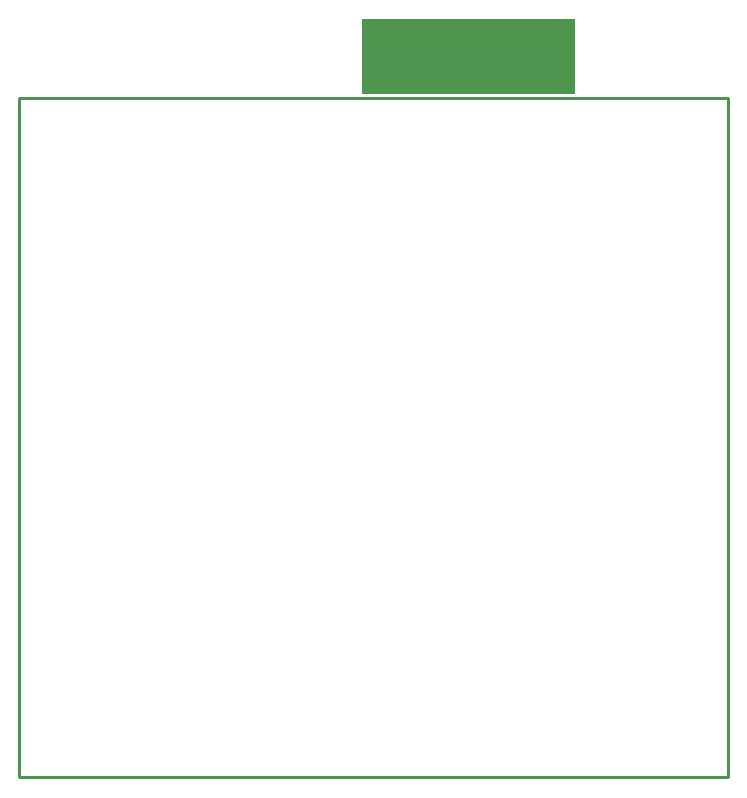
<source format=gko>
G04*
G04 #@! TF.GenerationSoftware,Altium Limited,Altium Designer,20.1.14 (287)*
G04*
G04 Layer_Color=16711935*
%FSLAX44Y44*%
%MOMM*%
G71*
G04*
G04 #@! TF.SameCoordinates,6EDE4AF6-213E-4635-A875-022B84C130C8*
G04*
G04*
G04 #@! TF.FilePolarity,Positive*
G04*
G01*
G75*
%ADD15C,0.2540*%
G36*
X520562Y579090D02*
X340562D01*
Y642090D01*
X520562D01*
Y579090D01*
D02*
G37*
D15*
X50000Y575000D02*
X650000D01*
Y0D02*
Y575000D01*
X50000Y0D02*
X650000D01*
X50000D02*
Y575000D01*
M02*

</source>
